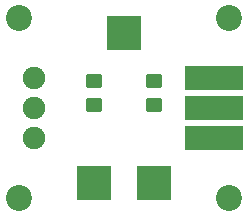
<source format=gbr>
%TF.GenerationSoftware,KiCad,Pcbnew,7.0.7*%
%TF.CreationDate,2024-01-02T00:36:13-08:00*%
%TF.ProjectId,edge_board,65646765-5f62-46f6-9172-642e6b696361,rev?*%
%TF.SameCoordinates,Original*%
%TF.FileFunction,Soldermask,Bot*%
%TF.FilePolarity,Negative*%
%FSLAX46Y46*%
G04 Gerber Fmt 4.6, Leading zero omitted, Abs format (unit mm)*
G04 Created by KiCad (PCBNEW 7.0.7) date 2024-01-02 00:36:13*
%MOMM*%
%LPD*%
G01*
G04 APERTURE LIST*
G04 Aperture macros list*
%AMRoundRect*
0 Rectangle with rounded corners*
0 $1 Rounding radius*
0 $2 $3 $4 $5 $6 $7 $8 $9 X,Y pos of 4 corners*
0 Add a 4 corners polygon primitive as box body*
4,1,4,$2,$3,$4,$5,$6,$7,$8,$9,$2,$3,0*
0 Add four circle primitives for the rounded corners*
1,1,$1+$1,$2,$3*
1,1,$1+$1,$4,$5*
1,1,$1+$1,$6,$7*
1,1,$1+$1,$8,$9*
0 Add four rect primitives between the rounded corners*
20,1,$1+$1,$2,$3,$4,$5,0*
20,1,$1+$1,$4,$5,$6,$7,0*
20,1,$1+$1,$6,$7,$8,$9,0*
20,1,$1+$1,$8,$9,$2,$3,0*%
G04 Aperture macros list end*
%ADD10C,2.200000*%
%ADD11R,5.000000X2.000000*%
%ADD12C,1.900000*%
%ADD13R,3.000000X3.000000*%
%ADD14RoundRect,0.250000X-0.450000X0.350000X-0.450000X-0.350000X0.450000X-0.350000X0.450000X0.350000X0*%
%ADD15RoundRect,0.250000X0.450000X-0.350000X0.450000X0.350000X-0.450000X0.350000X-0.450000X-0.350000X0*%
G04 APERTURE END LIST*
D10*
%TO.C,H2*%
X130810000Y-81280000D03*
%TD*%
%TO.C,H4*%
X130810000Y-96520000D03*
%TD*%
D11*
%TO.C,J2*%
X147320000Y-86360000D03*
X147320000Y-88900000D03*
X147320000Y-91440000D03*
%TD*%
D10*
%TO.C,H3*%
X148590000Y-96520000D03*
%TD*%
%TO.C,H1*%
X148590000Y-81280000D03*
%TD*%
D12*
%TO.C,J1*%
X132080000Y-86360000D03*
X132080000Y-88900000D03*
X132080000Y-91440000D03*
%TD*%
D13*
%TO.C,TP2*%
X139700000Y-82550000D03*
%TD*%
D14*
%TO.C,R1*%
X137160000Y-86630000D03*
X137160000Y-88630000D03*
%TD*%
D13*
%TO.C,TP1*%
X137160000Y-95250000D03*
%TD*%
%TO.C,TP3*%
X142240000Y-95250000D03*
%TD*%
D15*
%TO.C,R2*%
X142240000Y-88630000D03*
X142240000Y-86630000D03*
%TD*%
M02*

</source>
